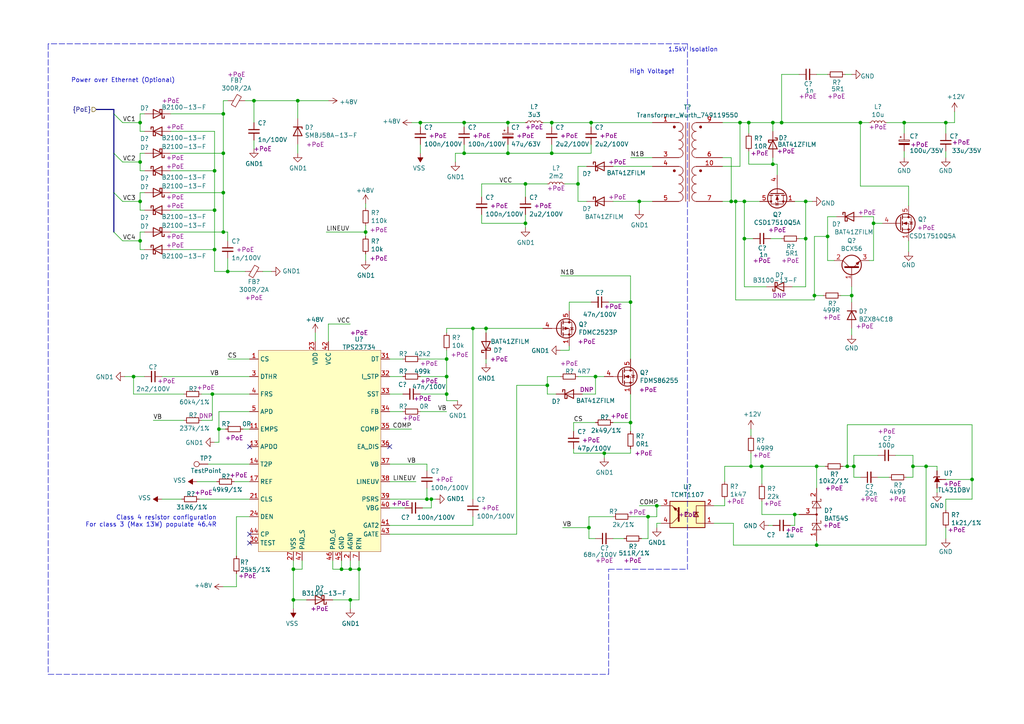
<source format=kicad_sch>
(kicad_sch (version 20201015) (generator eeschema)
  (paper "A4")
  (junction (at 38.735 109.22) (diameter 0.9144))
  (junction (at 40.64 35.56) (diameter 0.9144))
  (junction (at 40.64 46.99) (diameter 0.9144))
  (junction (at 40.64 58.42) (diameter 0.9144))
  (junction (at 40.64 69.85) (diameter 0.9144))
  (junction (at 61.595 114.3) (diameter 0.9144))
  (junction (at 62.23 49.53) (diameter 0.9144))
  (junction (at 62.23 60.96) (diameter 0.9144))
  (junction (at 62.23 72.39) (diameter 0.9144))
  (junction (at 63.5 124.46) (diameter 0.9144))
  (junction (at 64.77 33.02) (diameter 0.9144))
  (junction (at 64.77 44.45) (diameter 0.9144))
  (junction (at 64.77 55.88) (diameter 0.9144))
  (junction (at 64.77 67.31) (diameter 0.9144))
  (junction (at 66.04 78.74) (diameter 0.9144))
  (junction (at 73.66 29.21) (diameter 0.9144))
  (junction (at 85.09 165.1) (diameter 0.9144))
  (junction (at 85.09 173.99) (diameter 0.9144))
  (junction (at 86.36 29.21) (diameter 0.9144))
  (junction (at 99.06 165.1) (diameter 0.9144))
  (junction (at 101.6 165.1) (diameter 0.9144))
  (junction (at 101.6 173.99) (diameter 0.9144))
  (junction (at 104.14 165.1) (diameter 0.9144))
  (junction (at 106.045 67.31) (diameter 0.9144))
  (junction (at 121.92 35.56) (diameter 0.9144))
  (junction (at 123.825 144.78) (diameter 0.9144))
  (junction (at 125.095 144.78) (diameter 0.9144))
  (junction (at 129.54 104.14) (diameter 0.9144))
  (junction (at 129.54 109.22) (diameter 0.9144))
  (junction (at 129.54 114.3) (diameter 0.9144))
  (junction (at 134.62 35.56) (diameter 0.9144))
  (junction (at 134.62 44.45) (diameter 0.9144))
  (junction (at 137.16 95.25) (diameter 0.9144))
  (junction (at 140.97 95.25) (diameter 0.9144))
  (junction (at 147.32 35.56) (diameter 0.9144))
  (junction (at 147.32 44.45) (diameter 0.9144))
  (junction (at 152.4 53.34) (diameter 0.9144))
  (junction (at 152.4 64.77) (diameter 0.9144))
  (junction (at 158.75 111.76) (diameter 0.9144))
  (junction (at 160.02 35.56) (diameter 0.9144))
  (junction (at 160.02 44.45) (diameter 0.9144))
  (junction (at 167.64 53.34) (diameter 0.9144))
  (junction (at 170.815 153.035) (diameter 0.9144))
  (junction (at 171.45 35.56) (diameter 0.9144))
  (junction (at 172.72 109.22) (diameter 0.9144))
  (junction (at 175.26 131.445) (diameter 0.9144))
  (junction (at 182.88 87.63) (diameter 0.9144))
  (junction (at 182.88 122.555) (diameter 0.9144))
  (junction (at 185.42 58.42) (diameter 0.9144))
  (junction (at 187.96 149.86) (diameter 0.9144))
  (junction (at 190.5 146.685) (diameter 0.9144))
  (junction (at 212.09 58.42) (diameter 0.9144))
  (junction (at 213.36 58.42) (diameter 0.9144))
  (junction (at 214.63 35.56) (diameter 0.9144))
  (junction (at 215.9 58.42) (diameter 0.9144))
  (junction (at 215.9 69.215) (diameter 0.9144))
  (junction (at 217.17 35.56) (diameter 0.9144))
  (junction (at 217.805 135.255) (diameter 0.9144))
  (junction (at 220.98 135.255) (diameter 0.9144))
  (junction (at 224.155 35.56) (diameter 0.9144))
  (junction (at 224.155 47.625) (diameter 0.9144))
  (junction (at 226.695 35.56) (diameter 0.9144))
  (junction (at 230.505 149.225) (diameter 0.9144))
  (junction (at 233.68 58.42) (diameter 0.9144))
  (junction (at 233.68 69.215) (diameter 0.9144))
  (junction (at 236.22 85.725) (diameter 0.9144))
  (junction (at 236.855 135.255) (diameter 0.9144))
  (junction (at 236.855 158.115) (diameter 0.9144))
  (junction (at 240.03 68.58) (diameter 0.9144))
  (junction (at 245.745 135.255) (diameter 0.9144))
  (junction (at 247.015 85.725) (diameter 0.9144))
  (junction (at 247.65 135.255) (diameter 0.9144))
  (junction (at 249.555 35.56) (diameter 0.9144))
  (junction (at 253.365 64.77) (diameter 0.9144))
  (junction (at 262.255 35.56) (diameter 0.9144))
  (junction (at 264.795 135.255) (diameter 0.9144))
  (junction (at 268.605 135.255) (diameter 0.9144))
  (junction (at 274.32 35.56) (diameter 0.9144))
  (junction (at 281.94 139.065) (diameter 0.9144))
  (no_connect (at 72.39 129.54))
  (no_connect (at 72.39 154.94))
  (no_connect (at 72.39 157.48))
  (no_connect (at 113.03 129.54))
  (bus_entry (at 33.02 33.02) (size 2.54 2.54) (stroke (width 0.1524)))
  (bus_entry (at 33.02 44.45) (size 2.54 2.54) (stroke (width 0.1524)))
  (bus_entry (at 33.02 55.88) (size 2.54 2.54) (stroke (width 0.1524)))
  (bus_entry (at 33.02 67.31) (size 2.54 2.54) (stroke (width 0.1524)))
  (wire (pts (xy 35.56 35.56) (xy 40.64 35.56)))
  (wire (pts (xy 35.56 46.99) (xy 40.64 46.99)))
  (wire (pts (xy 35.56 58.42) (xy 40.64 58.42)))
  (wire (pts (xy 35.56 69.85) (xy 40.64 69.85)))
  (wire (pts (xy 36.195 109.22) (xy 38.735 109.22)))
  (wire (pts (xy 38.735 109.22) (xy 41.91 109.22)))
  (wire (pts (xy 38.735 114.3) (xy 38.735 109.22)))
  (wire (pts (xy 40.64 33.02) (xy 40.64 35.56)))
  (wire (pts (xy 40.64 38.1) (xy 40.64 35.56)))
  (wire (pts (xy 40.64 44.45) (xy 40.64 46.99)))
  (wire (pts (xy 40.64 49.53) (xy 40.64 46.99)))
  (wire (pts (xy 40.64 55.88) (xy 40.64 58.42)))
  (wire (pts (xy 40.64 60.96) (xy 40.64 58.42)))
  (wire (pts (xy 40.64 67.31) (xy 40.64 69.85)))
  (wire (pts (xy 40.64 72.39) (xy 40.64 69.85)))
  (wire (pts (xy 41.91 33.02) (xy 40.64 33.02)))
  (wire (pts (xy 41.91 38.1) (xy 40.64 38.1)))
  (wire (pts (xy 41.91 44.45) (xy 40.64 44.45)))
  (wire (pts (xy 41.91 49.53) (xy 40.64 49.53)))
  (wire (pts (xy 41.91 55.88) (xy 40.64 55.88)))
  (wire (pts (xy 41.91 60.96) (xy 40.64 60.96)))
  (wire (pts (xy 41.91 67.31) (xy 40.64 67.31)))
  (wire (pts (xy 41.91 72.39) (xy 40.64 72.39)))
  (wire (pts (xy 44.45 121.92) (xy 53.34 121.92)))
  (wire (pts (xy 46.99 109.22) (xy 72.39 109.22)))
  (wire (pts (xy 46.99 144.78) (xy 52.705 144.78)))
  (wire (pts (xy 49.53 33.02) (xy 64.77 33.02)))
  (wire (pts (xy 49.53 38.1) (xy 62.23 38.1)))
  (wire (pts (xy 49.53 44.45) (xy 64.77 44.45)))
  (wire (pts (xy 49.53 49.53) (xy 62.23 49.53)))
  (wire (pts (xy 49.53 55.88) (xy 64.77 55.88)))
  (wire (pts (xy 49.53 60.96) (xy 62.23 60.96)))
  (wire (pts (xy 49.53 67.31) (xy 64.77 67.31)))
  (wire (pts (xy 49.53 72.39) (xy 62.23 72.39)))
  (wire (pts (xy 53.34 114.3) (xy 38.735 114.3)))
  (wire (pts (xy 57.15 139.7) (xy 62.865 139.7)))
  (wire (pts (xy 57.785 144.78) (xy 72.39 144.78)))
  (wire (pts (xy 58.42 114.3) (xy 61.595 114.3)))
  (wire (pts (xy 58.42 121.92) (xy 61.595 121.92)))
  (wire (pts (xy 60.325 134.62) (xy 72.39 134.62)))
  (wire (pts (xy 61.595 114.3) (xy 72.39 114.3)))
  (wire (pts (xy 61.595 121.92) (xy 61.595 114.3)))
  (wire (pts (xy 62.23 38.1) (xy 62.23 49.53)))
  (wire (pts (xy 62.23 49.53) (xy 62.23 60.96)))
  (wire (pts (xy 62.23 60.96) (xy 62.23 72.39)))
  (wire (pts (xy 62.23 72.39) (xy 62.23 78.74)))
  (wire (pts (xy 62.23 78.74) (xy 66.04 78.74)))
  (wire (pts (xy 63.5 119.38) (xy 63.5 124.46)))
  (wire (pts (xy 63.5 119.38) (xy 72.39 119.38)))
  (wire (pts (xy 63.5 124.46) (xy 63.5 128.27)))
  (wire (pts (xy 63.5 124.46) (xy 65.405 124.46)))
  (wire (pts (xy 63.5 128.27) (xy 62.23 128.27)))
  (wire (pts (xy 64.77 29.21) (xy 64.77 33.02)))
  (wire (pts (xy 64.77 29.21) (xy 66.04 29.21)))
  (wire (pts (xy 64.77 33.02) (xy 64.77 44.45)))
  (wire (pts (xy 64.77 44.45) (xy 64.77 55.88)))
  (wire (pts (xy 64.77 55.88) (xy 64.77 67.31)))
  (wire (pts (xy 64.77 67.31) (xy 66.04 67.31)))
  (wire (pts (xy 66.04 67.31) (xy 66.04 69.85)))
  (wire (pts (xy 66.04 74.93) (xy 66.04 78.74)))
  (wire (pts (xy 66.04 78.74) (xy 71.12 78.74)))
  (wire (pts (xy 66.04 104.14) (xy 72.39 104.14)))
  (wire (pts (xy 67.945 139.7) (xy 72.39 139.7)))
  (wire (pts (xy 68.58 149.86) (xy 68.58 161.29)))
  (wire (pts (xy 68.58 166.37) (xy 68.58 170.18)))
  (wire (pts (xy 68.58 170.18) (xy 64.77 170.18)))
  (wire (pts (xy 70.485 124.46) (xy 72.39 124.46)))
  (wire (pts (xy 71.12 29.21) (xy 73.66 29.21)))
  (wire (pts (xy 72.39 149.86) (xy 68.58 149.86)))
  (wire (pts (xy 73.66 29.21) (xy 73.66 35.56)))
  (wire (pts (xy 73.66 29.21) (xy 86.36 29.21)))
  (wire (pts (xy 73.66 40.64) (xy 73.66 43.18)))
  (wire (pts (xy 76.2 78.74) (xy 78.74 78.74)))
  (wire (pts (xy 85.09 165.1) (xy 85.09 162.56)))
  (wire (pts (xy 85.09 165.1) (xy 85.09 173.99)))
  (wire (pts (xy 85.09 173.99) (xy 85.09 176.53)))
  (wire (pts (xy 85.09 173.99) (xy 88.9 173.99)))
  (wire (pts (xy 86.36 29.21) (xy 95.25 29.21)))
  (wire (pts (xy 86.36 34.29) (xy 86.36 29.21)))
  (wire (pts (xy 86.36 41.91) (xy 86.36 44.45)))
  (wire (pts (xy 87.63 162.56) (xy 87.63 165.1)))
  (wire (pts (xy 87.63 165.1) (xy 85.09 165.1)))
  (wire (pts (xy 91.44 96.52) (xy 91.44 99.06)))
  (wire (pts (xy 94.615 67.31) (xy 106.045 67.31)))
  (wire (pts (xy 95.25 93.98) (xy 101.6 93.98)))
  (wire (pts (xy 95.25 99.06) (xy 95.25 93.98)))
  (wire (pts (xy 96.52 162.56) (xy 96.52 165.1)))
  (wire (pts (xy 96.52 165.1) (xy 99.06 165.1)))
  (wire (pts (xy 96.52 173.99) (xy 101.6 173.99)))
  (wire (pts (xy 99.06 162.56) (xy 99.06 165.1)))
  (wire (pts (xy 99.06 165.1) (xy 101.6 165.1)))
  (wire (pts (xy 101.6 162.56) (xy 101.6 165.1)))
  (wire (pts (xy 101.6 165.1) (xy 104.14 165.1)))
  (wire (pts (xy 101.6 173.99) (xy 101.6 176.53)))
  (wire (pts (xy 104.14 165.1) (xy 104.14 162.56)))
  (wire (pts (xy 104.14 165.1) (xy 104.14 173.99)))
  (wire (pts (xy 104.14 173.99) (xy 101.6 173.99)))
  (wire (pts (xy 106.045 59.055) (xy 106.045 60.325)))
  (wire (pts (xy 106.045 65.405) (xy 106.045 67.31)))
  (wire (pts (xy 106.045 67.31) (xy 106.045 68.58)))
  (wire (pts (xy 106.045 73.66) (xy 106.045 75.565)))
  (wire (pts (xy 113.03 104.14) (xy 116.84 104.14)))
  (wire (pts (xy 113.03 109.22) (xy 116.84 109.22)))
  (wire (pts (xy 113.03 114.3) (xy 116.84 114.3)))
  (wire (pts (xy 113.03 119.38) (xy 116.84 119.38)))
  (wire (pts (xy 113.03 124.46) (xy 119.38 124.46)))
  (wire (pts (xy 113.03 134.62) (xy 123.825 134.62)))
  (wire (pts (xy 113.03 139.7) (xy 120.65 139.7)))
  (wire (pts (xy 113.03 144.78) (xy 123.825 144.78)))
  (wire (pts (xy 113.03 147.32) (xy 117.475 147.32)))
  (wire (pts (xy 113.03 152.4) (xy 137.16 152.4)))
  (wire (pts (xy 113.03 154.94) (xy 149.86 154.94)))
  (wire (pts (xy 119.38 35.56) (xy 121.92 35.56)))
  (wire (pts (xy 121.92 35.56) (xy 121.92 36.83)))
  (wire (pts (xy 121.92 35.56) (xy 134.62 35.56)))
  (wire (pts (xy 121.92 41.91) (xy 121.92 44.45)))
  (wire (pts (xy 121.92 104.14) (xy 129.54 104.14)))
  (wire (pts (xy 121.92 109.22) (xy 129.54 109.22)))
  (wire (pts (xy 121.92 114.3) (xy 129.54 114.3)))
  (wire (pts (xy 121.92 119.38) (xy 129.54 119.38)))
  (wire (pts (xy 122.555 147.32) (xy 125.095 147.32)))
  (wire (pts (xy 123.825 134.62) (xy 123.825 136.525)))
  (wire (pts (xy 123.825 141.605) (xy 123.825 144.78)))
  (wire (pts (xy 123.825 144.78) (xy 125.095 144.78)))
  (wire (pts (xy 125.095 144.78) (xy 126.365 144.78)))
  (wire (pts (xy 125.095 147.32) (xy 125.095 144.78)))
  (wire (pts (xy 129.54 95.25) (xy 129.54 96.52)))
  (wire (pts (xy 129.54 101.6) (xy 129.54 104.14)))
  (wire (pts (xy 129.54 104.14) (xy 129.54 109.22)))
  (wire (pts (xy 129.54 109.22) (xy 129.54 114.3)))
  (wire (pts (xy 129.54 116.205) (xy 129.54 114.3)))
  (wire (pts (xy 132.08 44.45) (xy 132.08 46.99)))
  (wire (pts (xy 132.715 116.205) (xy 129.54 116.205)))
  (wire (pts (xy 134.62 35.56) (xy 134.62 36.83)))
  (wire (pts (xy 134.62 35.56) (xy 147.32 35.56)))
  (wire (pts (xy 134.62 41.91) (xy 134.62 44.45)))
  (wire (pts (xy 134.62 44.45) (xy 132.08 44.45)))
  (wire (pts (xy 134.62 44.45) (xy 147.32 44.45)))
  (wire (pts (xy 137.16 95.25) (xy 129.54 95.25)))
  (wire (pts (xy 137.16 95.25) (xy 137.16 144.78)))
  (wire (pts (xy 137.16 152.4) (xy 137.16 149.86)))
  (wire (pts (xy 139.7 53.34) (xy 139.7 57.15)))
  (wire (pts (xy 139.7 53.34) (xy 152.4 53.34)))
  (wire (pts (xy 139.7 62.23) (xy 139.7 64.77)))
  (wire (pts (xy 139.7 64.77) (xy 152.4 64.77)))
  (wire (pts (xy 140.97 95.25) (xy 137.16 95.25)))
  (wire (pts (xy 140.97 95.25) (xy 140.97 96.52)))
  (wire (pts (xy 140.97 104.14) (xy 140.97 105.41)))
  (wire (pts (xy 147.32 35.56) (xy 147.32 36.83)))
  (wire (pts (xy 147.32 35.56) (xy 152.4 35.56)))
  (wire (pts (xy 147.32 41.91) (xy 147.32 44.45)))
  (wire (pts (xy 147.32 44.45) (xy 160.02 44.45)))
  (wire (pts (xy 149.86 111.76) (xy 158.75 111.76)))
  (wire (pts (xy 149.86 154.94) (xy 149.86 111.76)))
  (wire (pts (xy 152.4 53.34) (xy 152.4 57.15)))
  (wire (pts (xy 152.4 62.23) (xy 152.4 64.77)))
  (wire (pts (xy 152.4 64.77) (xy 152.4 66.04)))
  (wire (pts (xy 157.48 35.56) (xy 160.02 35.56)))
  (wire (pts (xy 157.48 95.25) (xy 140.97 95.25)))
  (wire (pts (xy 158.75 53.34) (xy 152.4 53.34)))
  (wire (pts (xy 158.75 109.22) (xy 162.56 109.22)))
  (wire (pts (xy 158.75 111.76) (xy 158.75 109.22)))
  (wire (pts (xy 158.75 114.3) (xy 158.75 111.76)))
  (wire (pts (xy 160.02 35.56) (xy 160.02 36.83)))
  (wire (pts (xy 160.02 35.56) (xy 171.45 35.56)))
  (wire (pts (xy 160.02 41.91) (xy 160.02 44.45)))
  (wire (pts (xy 160.02 44.45) (xy 171.45 44.45)))
  (wire (pts (xy 161.29 114.3) (xy 158.75 114.3)))
  (wire (pts (xy 162.56 80.01) (xy 182.88 80.01)))
  (wire (pts (xy 163.195 153.035) (xy 170.815 153.035)))
  (wire (pts (xy 163.83 53.34) (xy 167.64 53.34)))
  (wire (pts (xy 165.1 87.63) (xy 165.1 90.17)))
  (wire (pts (xy 165.1 100.33) (xy 165.1 101.6)))
  (wire (pts (xy 165.1 101.6) (xy 162.56 101.6)))
  (wire (pts (xy 166.37 122.555) (xy 166.37 125.095)))
  (wire (pts (xy 166.37 131.445) (xy 166.37 130.175)))
  (wire (pts (xy 167.64 48.26) (xy 167.64 53.34)))
  (wire (pts (xy 167.64 53.34) (xy 167.64 58.42)))
  (wire (pts (xy 167.64 58.42) (xy 170.18 58.42)))
  (wire (pts (xy 168.91 114.3) (xy 172.72 114.3)))
  (wire (pts (xy 170.18 48.26) (xy 167.64 48.26)))
  (wire (pts (xy 170.815 149.86) (xy 170.815 153.035)))
  (wire (pts (xy 170.815 156.21) (xy 170.815 153.035)))
  (wire (pts (xy 171.45 35.56) (xy 171.45 36.83)))
  (wire (pts (xy 171.45 35.56) (xy 189.23 35.56)))
  (wire (pts (xy 171.45 41.91) (xy 171.45 44.45)))
  (wire (pts (xy 171.45 87.63) (xy 165.1 87.63)))
  (wire (pts (xy 172.72 109.22) (xy 167.64 109.22)))
  (wire (pts (xy 172.72 109.22) (xy 175.26 109.22)))
  (wire (pts (xy 172.72 114.3) (xy 172.72 109.22)))
  (wire (pts (xy 172.72 122.555) (xy 166.37 122.555)))
  (wire (pts (xy 172.72 156.21) (xy 170.815 156.21)))
  (wire (pts (xy 175.26 131.445) (xy 166.37 131.445)))
  (wire (pts (xy 175.26 131.445) (xy 175.26 132.715)))
  (wire (pts (xy 176.53 87.63) (xy 182.88 87.63)))
  (wire (pts (xy 177.8 48.26) (xy 189.23 48.26)))
  (wire (pts (xy 177.8 58.42) (xy 185.42 58.42)))
  (wire (pts (xy 177.8 122.555) (xy 182.88 122.555)))
  (wire (pts (xy 177.8 149.86) (xy 170.815 149.86)))
  (wire (pts (xy 177.8 156.21) (xy 180.975 156.21)))
  (wire (pts (xy 182.88 45.72) (xy 189.23 45.72)))
  (wire (pts (xy 182.88 87.63) (xy 182.88 80.01)))
  (wire (pts (xy 182.88 104.14) (xy 182.88 87.63)))
  (wire (pts (xy 182.88 114.3) (xy 182.88 122.555)))
  (wire (pts (xy 182.88 122.555) (xy 182.88 125.095)))
  (wire (pts (xy 182.88 130.175) (xy 182.88 131.445)))
  (wire (pts (xy 182.88 131.445) (xy 175.26 131.445)))
  (wire (pts (xy 182.88 149.86) (xy 187.96 149.86)))
  (wire (pts (xy 185.42 58.42) (xy 185.42 60.96)))
  (wire (pts (xy 185.42 58.42) (xy 189.23 58.42)))
  (wire (pts (xy 186.055 156.21) (xy 187.96 156.21)))
  (wire (pts (xy 187.96 149.86) (xy 190.5 149.86)))
  (wire (pts (xy 187.96 156.21) (xy 187.96 149.86)))
  (wire (pts (xy 190.5 146.685) (xy 185.42 146.685)))
  (wire (pts (xy 190.5 149.86) (xy 190.5 146.685)))
  (wire (pts (xy 190.5 151.765) (xy 190.5 153.035)))
  (wire (pts (xy 191.77 146.685) (xy 190.5 146.685)))
  (wire (pts (xy 191.77 151.765) (xy 190.5 151.765)))
  (wire (pts (xy 207.01 146.685) (xy 210.185 146.685)))
  (wire (pts (xy 209.55 35.56) (xy 214.63 35.56)))
  (wire (pts (xy 209.55 45.72) (xy 212.09 45.72)))
  (wire (pts (xy 210.185 135.255) (xy 217.805 135.255)))
  (wire (pts (xy 210.185 139.7) (xy 210.185 135.255)))
  (wire (pts (xy 210.185 146.685) (xy 210.185 144.78)))
  (wire (pts (xy 212.09 45.72) (xy 212.09 58.42)))
  (wire (pts (xy 212.09 58.42) (xy 209.55 58.42)))
  (wire (pts (xy 212.09 58.42) (xy 213.36 58.42)))
  (wire (pts (xy 212.725 151.765) (xy 207.01 151.765)))
  (wire (pts (xy 212.725 151.765) (xy 212.725 158.115)))
  (wire (pts (xy 212.725 158.115) (xy 236.855 158.115)))
  (wire (pts (xy 213.36 58.42) (xy 213.36 86.995)))
  (wire (pts (xy 213.36 58.42) (xy 215.9 58.42)))
  (wire (pts (xy 213.36 86.995) (xy 236.22 86.995)))
  (wire (pts (xy 214.63 35.56) (xy 214.63 48.26)))
  (wire (pts (xy 214.63 35.56) (xy 217.17 35.56)))
  (wire (pts (xy 214.63 48.26) (xy 209.55 48.26)))
  (wire (pts (xy 215.9 58.42) (xy 220.345 58.42)))
  (wire (pts (xy 215.9 69.215) (xy 215.9 58.42)))
  (wire (pts (xy 215.9 69.215) (xy 218.44 69.215)))
  (wire (pts (xy 215.9 83.185) (xy 215.9 69.215)))
  (wire (pts (xy 217.17 35.56) (xy 217.17 38.735)))
  (wire (pts (xy 217.17 35.56) (xy 224.155 35.56)))
  (wire (pts (xy 217.17 47.625) (xy 217.17 43.815)))
  (wire (pts (xy 217.805 124.46) (xy 217.805 126.365)))
  (wire (pts (xy 217.805 131.445) (xy 217.805 135.255)))
  (wire (pts (xy 220.98 135.255) (xy 217.805 135.255)))
  (wire (pts (xy 220.98 135.255) (xy 236.855 135.255)))
  (wire (pts (xy 220.98 140.335) (xy 220.98 135.255)))
  (wire (pts (xy 220.98 149.225) (xy 220.98 145.415)))
  (wire (pts (xy 222.25 83.185) (xy 215.9 83.185)))
  (wire (pts (xy 222.885 152.4) (xy 224.155 152.4)))
  (wire (pts (xy 223.52 69.215) (xy 226.695 69.215)))
  (wire (pts (xy 224.155 35.56) (xy 224.155 38.1)))
  (wire (pts (xy 224.155 35.56) (xy 226.695 35.56)))
  (wire (pts (xy 224.155 45.72) (xy 224.155 47.625)))
  (wire (pts (xy 224.155 47.625) (xy 217.17 47.625)))
  (wire (pts (xy 225.425 47.625) (xy 224.155 47.625)))
  (wire (pts (xy 225.425 50.8) (xy 225.425 47.625)))
  (wire (pts (xy 226.695 21.59) (xy 226.695 35.56)))
  (wire (pts (xy 226.695 35.56) (xy 249.555 35.56)))
  (wire (pts (xy 229.235 152.4) (xy 230.505 152.4)))
  (wire (pts (xy 230.505 58.42) (xy 233.68 58.42)))
  (wire (pts (xy 230.505 149.225) (xy 220.98 149.225)))
  (wire (pts (xy 230.505 152.4) (xy 230.505 149.225)))
  (wire (pts (xy 231.775 21.59) (xy 226.695 21.59)))
  (wire (pts (xy 231.775 69.215) (xy 233.68 69.215)))
  (wire (pts (xy 231.775 149.225) (xy 230.505 149.225)))
  (wire (pts (xy 233.68 58.42) (xy 233.68 69.215)))
  (wire (pts (xy 233.68 58.42) (xy 235.585 58.42)))
  (wire (pts (xy 233.68 69.215) (xy 233.68 83.185)))
  (wire (pts (xy 233.68 83.185) (xy 229.87 83.185)))
  (wire (pts (xy 236.22 68.58) (xy 240.03 68.58)))
  (wire (pts (xy 236.22 85.725) (xy 236.22 68.58)))
  (wire (pts (xy 236.22 85.725) (xy 238.76 85.725)))
  (wire (pts (xy 236.22 86.995) (xy 236.22 85.725)))
  (wire (pts (xy 236.855 21.59) (xy 240.03 21.59)))
  (wire (pts (xy 236.855 135.255) (xy 236.855 141.605)))
  (wire (pts (xy 236.855 135.255) (xy 239.395 135.255)))
  (wire (pts (xy 236.855 156.845) (xy 236.855 158.115)))
  (wire (pts (xy 236.855 158.115) (xy 268.605 158.115)))
  (wire (pts (xy 240.03 62.865) (xy 240.03 68.58)))
  (wire (pts (xy 240.03 68.58) (xy 240.03 75.565)))
  (wire (pts (xy 240.03 75.565) (xy 241.935 75.565)))
  (wire (pts (xy 242.57 62.865) (xy 240.03 62.865)))
  (wire (pts (xy 243.84 85.725) (xy 247.015 85.725)))
  (wire (pts (xy 244.475 135.255) (xy 245.745 135.255)))
  (wire (pts (xy 245.11 21.59) (xy 247.015 21.59)))
  (wire (pts (xy 245.745 123.19) (xy 245.745 135.255)))
  (wire (pts (xy 245.745 135.255) (xy 247.65 135.255)))
  (wire (pts (xy 247.015 83.185) (xy 247.015 85.725)))
  (wire (pts (xy 247.015 85.725) (xy 247.015 87.63)))
  (wire (pts (xy 247.015 95.25) (xy 247.015 97.155)))
  (wire (pts (xy 247.65 132.08) (xy 247.65 135.255)))
  (wire (pts (xy 247.65 135.255) (xy 247.65 138.43)))
  (wire (pts (xy 249.555 35.56) (xy 252.095 35.56)))
  (wire (pts (xy 249.555 53.975) (xy 249.555 35.56)))
  (wire (pts (xy 249.555 138.43) (xy 247.65 138.43)))
  (wire (pts (xy 250.19 62.865) (xy 253.365 62.865)))
  (wire (pts (xy 253.365 62.865) (xy 253.365 64.77)))
  (wire (pts (xy 253.365 64.77) (xy 253.365 75.565)))
  (wire (pts (xy 253.365 64.77) (xy 255.905 64.77)))
  (wire (pts (xy 253.365 75.565) (xy 252.095 75.565)))
  (wire (pts (xy 254.635 132.08) (xy 247.65 132.08)))
  (wire (pts (xy 254.635 138.43) (xy 257.81 138.43)))
  (wire (pts (xy 257.175 35.56) (xy 262.255 35.56)))
  (wire (pts (xy 259.715 132.08) (xy 264.795 132.08)))
  (wire (pts (xy 262.255 35.56) (xy 262.255 38.735)))
  (wire (pts (xy 262.255 35.56) (xy 274.32 35.56)))
  (wire (pts (xy 262.255 43.815) (xy 262.255 45.72)))
  (wire (pts (xy 262.89 138.43) (xy 264.795 138.43)))
  (wire (pts (xy 263.525 53.975) (xy 249.555 53.975)))
  (wire (pts (xy 263.525 59.69) (xy 263.525 53.975)))
  (wire (pts (xy 263.525 69.85) (xy 263.525 73.025)))
  (wire (pts (xy 264.795 135.255) (xy 264.795 132.08)))
  (wire (pts (xy 264.795 135.255) (xy 268.605 135.255)))
  (wire (pts (xy 264.795 138.43) (xy 264.795 135.255)))
  (wire (pts (xy 268.605 135.255) (xy 268.605 158.115)))
  (wire (pts (xy 271.78 135.255) (xy 268.605 135.255)))
  (wire (pts (xy 271.78 136.525) (xy 271.78 135.255)))
  (wire (pts (xy 271.78 141.605) (xy 271.78 142.875)))
  (wire (pts (xy 274.32 35.56) (xy 274.32 38.735)))
  (wire (pts (xy 274.32 35.56) (xy 276.86 35.56)))
  (wire (pts (xy 274.32 43.815) (xy 274.32 45.72)))
  (wire (pts (xy 274.32 139.065) (xy 281.94 139.065)))
  (wire (pts (xy 274.32 144.78) (xy 274.32 147.955)))
  (wire (pts (xy 274.32 153.035) (xy 274.32 156.21)))
  (wire (pts (xy 276.86 35.56) (xy 276.86 32.385)))
  (wire (pts (xy 281.94 123.19) (xy 245.745 123.19)))
  (wire (pts (xy 281.94 139.065) (xy 281.94 123.19)))
  (wire (pts (xy 281.94 139.065) (xy 281.94 144.78)))
  (wire (pts (xy 281.94 144.78) (xy 274.32 144.78)))
  (bus (pts (xy 27.94 31.75) (xy 33.02 31.75)))
  (bus (pts (xy 33.02 31.75) (xy 33.02 33.02)))
  (bus (pts (xy 33.02 33.02) (xy 33.02 44.45)))
  (bus (pts (xy 33.02 44.45) (xy 33.02 55.88)))
  (bus (pts (xy 33.02 55.88) (xy 33.02 67.31)))
  (polyline (pts (xy 13.97 12.7) (xy 13.97 195.58)) (stroke (width 0) (type dash)))
  (polyline (pts (xy 13.97 195.58) (xy 176.53 195.58)) (stroke (width 0) (type dash)))
  (polyline (pts (xy 176.53 165.1) (xy 199.39 165.1)) (stroke (width 0) (type dash)))
  (polyline (pts (xy 176.53 195.58) (xy 176.53 165.1)) (stroke (width 0) (type dash)))
  (polyline (pts (xy 199.39 12.7) (xy 13.97 12.7)) (stroke (width 0) (type dash)))
  (polyline (pts (xy 199.39 12.7) (xy 199.39 165.1)) (stroke (width 0) (type dash)))
  (text "Power over Ethernet (Optional)" (at 50.8 24.13 180) (effects (font (size 1.27 1.27)) (justify right bottom)))
  (text "Class 4 resistor configuration\nFor class 3 (Max 13W) populate 46.4R" (at 62.865 153.035 0) (effects (font (size 1.27 1.27)) (justify right bottom)))
  (text "High Voltage!" (at 195.58 21.59 180) (effects (font (size 1.27 1.27)) (justify right bottom)))
  (text "1.5kV Isolation" (at 208.28 15.24 180) (effects (font (size 1.27 1.27)) (justify right bottom)))
  (label "VC1" (at 39.37 35.56 180))
  (label "VC2" (at 39.37 46.99 180))
  (label "VC3" (at 39.37 58.42 180))
  (label "VC4" (at 39.37 69.85 180))
  (label "VB" (at 44.45 121.92 0))
  (label "VB" (at 60.96 109.22 0))
  (label "CS" (at 66.04 104.14 0))
  (label "LINEUV" (at 94.615 67.31 0))
  (label "VCC" (at 101.6 93.98 180))
  (label "COMP" (at 119.38 124.46 180))
  (label "VB" (at 120.65 134.62 180))
  (label "LINEUV" (at 120.65 139.7 180))
  (label "VB" (at 129.54 119.38 180))
  (label "VCC" (at 144.78 53.34 0))
  (label "N1B" (at 162.56 80.01 0))
  (label "VB" (at 163.195 153.035 0))
  (label "CS" (at 166.37 122.555 0))
  (label "N1B" (at 182.88 45.72 0))
  (label "COMP" (at 185.42 146.685 0))
  (hierarchical_label "{PoE}" (shape input) (at 27.94 31.75 180))
  (symbol (lib_id "Device:L_Small") (at 154.94 35.56 90) (unit 1)
    (property "Reference" "L?" (at 154.94 30.9688 90))
    (property "Value" "3u3" (at 154.94 33.267 90))
    (property "Config" "+PoE" (at 154.94 36.83 90))
  )
  (symbol (lib_id "Device:L_Small") (at 161.29 53.34 90) (unit 1)
    (property "Reference" "L?" (at 161.29 48.7488 90))
    (property "Value" "2m2" (at 161.29 51.047 90))
    (property "Config" "+PoE" (at 161.29 54.61 90))
  )
  (symbol (lib_id "Device:L_Small") (at 254.635 35.56 90) (unit 1)
    (property "Reference" "L?" (at 254.635 30.9688 90))
    (property "Value" "10u" (at 254.635 33.267 90))
    (property "Config" "+PoE" (at 254.635 36.83 90))
  )
  (symbol (lib_id "Connector:TestPoint") (at 60.325 134.62 90) (unit 1)
    (property "Reference" "TP?" (at 59.7535 132.9498 90))
    (property "Value" "TestPoint" (at 59.7535 136.5185 90))
  )
  (symbol (lib_id "power:VSS") (at 46.99 144.78 90) (unit 1)
    (property "Reference" "#PWR?" (effects hide))
    (property "Value" "VSS" (at 43.8149 144.4117 90) (effects (justify left)))
  )
  (symbol (lib_id "power:VSS") (at 57.15 139.7 90) (unit 1)
    (property "Reference" "#PWR?" (effects hide))
    (property "Value" "VSS" (at 53.9749 139.3317 90) (effects (justify left)))
  )
  (symbol (lib_id "power:+48V") (at 64.77 170.18 90) (unit 1)
    (property "Reference" "#PWR?" (effects hide))
    (property "Value" "+48V" (at 61.5949 169.8117 90) (effects (justify left)))
  )
  (symbol (lib_id "power:VSS") (at 85.09 176.53 180) (unit 1)
    (property "Reference" "#PWR?" (effects hide))
    (property "Value" "VSS" (at 84.7217 180.8544 0))
  )
  (symbol (lib_id "power:+48V") (at 91.44 96.52 0) (unit 1)
    (property "Reference" "#PWR?" (effects hide))
    (property "Value" "+48V" (at 88.6333 92.7099 0) (effects (justify left)))
  )
  (symbol (lib_id "power:+48V") (at 95.25 29.21 270) (unit 1)
    (property "Reference" "#PWR?" (effects hide))
    (property "Value" "+48V" (at 98.4251 29.5783 90) (effects (justify left)))
  )
  (symbol (lib_id "power:+48V") (at 106.045 59.055 0) (unit 1)
    (property "Reference" "#PWR?" (effects hide))
    (property "Value" "+48V" (at 103.2383 55.2449 0) (effects (justify left)))
  )
  (symbol (lib_id "power:+48V") (at 119.38 35.56 90) (unit 1)
    (property "Reference" "#PWR?" (effects hide))
    (property "Value" "+48V" (at 116.2049 35.1917 90) (effects (justify left)))
  )
  (symbol (lib_id "power:VSS") (at 121.92 44.45 180) (unit 1)
    (property "Reference" "#PWR?" (effects hide))
    (property "Value" "VSS" (at 121.5517 48.7744 0))
  )
  (symbol (lib_id "power:+12V") (at 217.805 124.46 0) (unit 1)
    (property "Reference" "#PWR?" (effects hide))
    (property "Value" "+12V" (at 218.1733 120.1356 0))
  )
  (symbol (lib_id "power:+12V") (at 276.86 32.385 0) (unit 1)
    (property "Reference" "#PWR?" (effects hide))
    (property "Value" "+12V" (at 277.2283 28.0606 0))
  )
  (symbol (lib_id "power:GND1") (at 36.195 109.22 270) (unit 1)
    (property "Reference" "#PWR?" (effects hide))
    (property "Value" "GND1" (at 33.0199 109.3343 90) (effects (justify right)))
  )
  (symbol (lib_id "power:GND1") (at 62.23 128.27 270) (unit 1)
    (property "Reference" "#PWR?" (effects hide))
    (property "Value" "GND1" (at 59.0549 128.3843 90) (effects (justify right)))
  )
  (symbol (lib_id "power:GND1") (at 73.66 43.18 0) (unit 1)
    (property "Reference" "#PWR?" (effects hide))
    (property "Value" "GND1" (at 73.7743 47.5044 0))
  )
  (symbol (lib_id "power:GND1") (at 78.74 78.74 90) (unit 1)
    (property "Reference" "#PWR?" (effects hide))
    (property "Value" "GND1" (at 81.9151 78.6257 90) (effects (justify right)))
  )
  (symbol (lib_id "power:GND1") (at 86.36 44.45 0) (unit 1)
    (property "Reference" "#PWR?" (effects hide))
    (property "Value" "GND1" (at 86.4743 48.7744 0))
  )
  (symbol (lib_id "power:GND1") (at 101.6 176.53 0) (unit 1)
    (property "Reference" "#PWR?" (effects hide))
    (property "Value" "GND1" (at 101.7143 180.8544 0))
  )
  (symbol (lib_id "power:GND1") (at 106.045 75.565 0) (unit 1)
    (property "Reference" "#PWR?" (effects hide))
    (property "Value" "GND1" (at 106.1593 79.8894 0))
  )
  (symbol (lib_id "power:GND1") (at 126.365 144.78 90) (unit 1)
    (property "Reference" "#PWR?" (effects hide))
    (property "Value" "GND1" (at 129.5401 144.6657 90) (effects (justify right)))
  )
  (symbol (lib_id "power:GND1") (at 132.08 46.99 0) (unit 1)
    (property "Reference" "#PWR?" (effects hide))
    (property "Value" "GND1" (at 132.1943 51.3144 0))
  )
  (symbol (lib_id "power:GND1") (at 132.715 116.205 0) (unit 1)
    (property "Reference" "#PWR?" (effects hide))
    (property "Value" "GND1" (at 132.8293 120.5294 0))
  )
  (symbol (lib_id "power:GND1") (at 140.97 105.41 0) (unit 1)
    (property "Reference" "#PWR?" (effects hide))
    (property "Value" "GND1" (at 141.0843 109.7344 0))
  )
  (symbol (lib_id "power:GND1") (at 152.4 66.04 0) (unit 1)
    (property "Reference" "#PWR?" (effects hide))
    (property "Value" "GND1" (at 152.5143 70.3644 0))
  )
  (symbol (lib_id "power:GND1") (at 162.56 101.6 270) (unit 1)
    (property "Reference" "#PWR?" (effects hide))
    (property "Value" "GND1" (at 159.3849 101.7143 90) (effects (justify right)))
  )
  (symbol (lib_id "power:GND1") (at 175.26 132.715 0) (unit 1)
    (property "Reference" "#PWR?" (effects hide))
    (property "Value" "GND1" (at 175.3743 137.0394 0))
  )
  (symbol (lib_id "power:GND1") (at 185.42 60.96 0) (unit 1)
    (property "Reference" "#PWR?" (effects hide))
    (property "Value" "GND1" (at 185.5343 65.2844 0))
  )
  (symbol (lib_id "power:GND1") (at 190.5 153.035 0) (unit 1)
    (property "Reference" "#PWR?" (effects hide))
    (property "Value" "GND1" (at 190.6143 157.3594 0))
  )
  (symbol (lib_id "power:GND") (at 222.885 152.4 270) (unit 1)
    (property "Reference" "#PWR?" (effects hide))
    (property "Value" "GND" (at 219.7099 152.5143 90) (effects (justify right)))
  )
  (symbol (lib_id "power:GND") (at 235.585 58.42 90) (unit 1)
    (property "Reference" "#PWR?" (effects hide))
    (property "Value" "GND" (at 238.1251 58.9407 90) (effects (justify right)))
  )
  (symbol (lib_id "power:GND") (at 247.015 21.59 90) (unit 1)
    (property "Reference" "#PWR?" (effects hide))
    (property "Value" "GND" (at 249.5551 22.1107 90) (effects (justify right)))
  )
  (symbol (lib_id "power:GND") (at 247.015 97.155 0) (unit 1)
    (property "Reference" "#PWR?" (effects hide))
    (property "Value" "GND" (at 249.0343 100.9651 0) (effects (justify right)))
  )
  (symbol (lib_id "power:GND") (at 262.255 45.72 0) (unit 1)
    (property "Reference" "#PWR?" (effects hide))
    (property "Value" "GND" (at 264.2743 49.5301 0) (effects (justify right)))
  )
  (symbol (lib_id "power:GND") (at 263.525 73.025 0) (unit 1)
    (property "Reference" "#PWR?" (effects hide))
    (property "Value" "GND" (at 265.5443 76.8351 0) (effects (justify right)))
  )
  (symbol (lib_id "power:GND") (at 271.78 142.875 0) (unit 1)
    (property "Reference" "#PWR?" (effects hide))
    (property "Value" "GND" (at 273.7993 146.6851 0) (effects (justify right)))
  )
  (symbol (lib_id "power:GND") (at 274.32 45.72 0) (unit 1)
    (property "Reference" "#PWR?" (effects hide))
    (property "Value" "GND" (at 276.3393 49.5301 0) (effects (justify right)))
  )
  (symbol (lib_id "power:GND") (at 274.32 156.21 0) (unit 1)
    (property "Reference" "#PWR?" (effects hide))
    (property "Value" "GND" (at 276.3393 160.0201 0) (effects (justify right)))
  )
  (symbol (lib_id "Device:R_Small") (at 55.245 144.78 90) (unit 1)
    (property "Reference" "R?" (at 56.6356 143.2813 90) (effects (justify left)))
    (property "Value" "31R6/1%" (at 60.204 147.091 90) (effects (justify left)))
    (property "Config" "+PoE" (at 59.055 142.875 90))
  )
  (symbol (lib_id "Device:R_Small") (at 55.88 114.3 90) (unit 1)
    (property "Reference" "R?" (at 57.2706 112.8013 90) (effects (justify left)))
    (property "Value" "60k4/1%" (at 60.839 116.611 90) (effects (justify left)))
    (property "Config" "+PoE" (at 59.69 112.395 90))
  )
  (symbol (lib_id "Device:R_Small") (at 55.88 121.92 90) (unit 1)
    (property "Reference" "R?" (at 57.2706 120.4213 90) (effects (justify left)))
    (property "Value" "237k/1%" (at 60.839 124.231 90) (effects (justify left)))
    (property "Config" "DNP" (at 59.69 120.65 90))
  )
  (symbol (lib_id "Device:R_Small") (at 65.405 139.7 90) (unit 1)
    (property "Reference" "R?" (at 66.7956 138.2013 90) (effects (justify left)))
    (property "Value" "49k9/1%" (at 70.364 142.011 90) (effects (justify left)))
    (property "Config" "+PoE" (at 69.215 137.795 90))
  )
  (symbol (lib_id "Device:R_Small") (at 67.945 124.46 90) (unit 1)
    (property "Reference" "R?" (at 66.7956 122.9613 90) (effects (justify left)))
    (property "Value" "0R" (at 72.904 122.961 90) (effects (justify left)))
    (property "Config" "+PoE" (at 67.945 127 90))
  )
  (symbol (lib_id "Device:R_Small") (at 68.58 163.83 180) (unit 1)
    (property "Reference" "R?" (at 72.1613 163.0744 0) (effects (justify left)))
    (property "Value" "25k5/1%" (at 78.511 165.221 0) (effects (justify left)))
    (property "Config" "+PoE" (at 71.755 167.005 0))
  )
  (symbol (lib_id "Device:R_Small") (at 106.045 62.865 0) (unit 1)
    (property "Reference" "R?" (at 107.5437 61.7156 0) (effects (justify left)))
    (property "Value" "110k" (at 107.544 64.014 0) (effects (justify left)))
    (property "Config" "+PoE" (at 109.855 66.675 0))
  )
  (symbol (lib_id "Device:R_Small") (at 106.045 71.12 0) (unit 1)
    (property "Reference" "R?" (at 107.5437 69.9706 0) (effects (justify left)))
    (property "Value" "10k" (at 107.544 72.269 0) (effects (justify left)))
    (property "Config" "+PoE" (at 109.855 74.93 0))
  )
  (symbol (lib_id "Device:R_Small") (at 119.38 104.14 90) (unit 1)
    (property "Reference" "R?" (at 118.2306 102.6413 90) (effects (justify left)))
    (property "Value" "42k2" (at 124.974 102.641 90) (effects (justify left)))
    (property "Config" "+PoE" (at 124.46 105.41 90))
  )
  (symbol (lib_id "Device:R_Small") (at 119.38 109.22 90) (unit 1)
    (property "Reference" "R?" (at 118.2306 107.7213 90) (effects (justify left)))
    (property "Value" "499k" (at 124.974 107.721 90) (effects (justify left)))
    (property "Config" "+PoE" (at 124.46 110.49 90))
  )
  (symbol (lib_id "Device:R_Small") (at 119.38 119.38 90) (unit 1)
    (property "Reference" "R?" (at 118.2306 117.8813 90) (effects (justify left)))
    (property "Value" "0R" (at 124.339 117.881 90) (effects (justify left)))
    (property "Config" "+PoE" (at 119.38 121.285 90))
  )
  (symbol (lib_id "Device:R_Small") (at 129.54 99.06 0) (unit 1)
    (property "Reference" "R?" (at 131.0387 97.9106 0) (effects (justify left)))
    (property "Value" "10k" (at 131.039 100.209 0) (effects (justify left)))
    (property "Config" "+PoE" (at 133.35 102.87 0))
  )
  (symbol (lib_id "Device:R_Small") (at 165.1 109.22 90) (unit 1)
    (property "Reference" "R?" (at 166.4906 107.7213 90) (effects (justify left)))
    (property "Value" "4R7" (at 171.329 107.721 90) (effects (justify left)))
    (property "Config" "+PoE" (at 165.1 105.41 90))
  )
  (symbol (lib_id "Device:R_Small") (at 175.26 122.555 90) (unit 1)
    (property "Reference" "R?" (at 176.6506 121.0563 90) (effects (justify left)))
    (property "Value" "2k49/1%" (at 180.219 124.866 90) (effects (justify left)))
    (property "Config" "+PoE" (at 179.705 120.65 90))
  )
  (symbol (lib_id "Device:R_Small") (at 180.34 149.86 90) (unit 1)
    (property "Reference" "R?" (at 179.1906 148.3613 90) (effects (justify left)))
    (property "Value" "2k/1%" (at 184.029 152.171 90) (effects (justify left)))
    (property "Config" "+PoE" (at 184.785 148.59 90))
  )
  (symbol (lib_id "Device:R_Small") (at 182.88 127.635 0) (unit 1)
    (property "Reference" "R?" (at 184.3787 126.4856 0) (effects (justify left)))
    (property "Value" "0R1" (at 184.379 128.784 0) (effects (justify left)))
    (property "Config" "+PoE" (at 186.69 131.445 0))
  )
  (symbol (lib_id "Device:R_Small") (at 183.515 156.21 90) (unit 1)
    (property "Reference" "R?" (at 184.9056 158.5213 90) (effects (justify left)))
    (property "Value" "511R/1%" (at 188.474 160.426 90) (effects (justify left)))
    (property "Config" "+PoE" (at 183.515 162.56 90))
  )
  (symbol (lib_id "Device:R_Small") (at 210.185 142.24 0) (unit 1)
    (property "Reference" "R?" (at 211.6837 141.0906 0) (effects (justify left)))
    (property "Value" "1k47" (at 211.684 143.389 0) (effects (justify left)))
    (property "Config" "+PoE" (at 213.36 145.415 0))
  )
  (symbol (lib_id "Device:R_Small") (at 217.17 41.275 0) (unit 1)
    (property "Reference" "R?" (at 218.6687 40.1256 0) (effects (justify left)))
    (property "Value" "10R" (at 218.669 42.424 0) (effects (justify left)))
    (property "Config" "+PoE" (at 220.345 44.45 0))
  )
  (symbol (lib_id "Device:R_Small") (at 217.805 128.905 0) (unit 1)
    (property "Reference" "R?" (at 219.3037 127.7556 0) (effects (justify left)))
    (property "Value" "49R9" (at 219.304 130.054 0) (effects (justify left)))
    (property "Config" "+PoE" (at 220.98 132.08 0))
  )
  (symbol (lib_id "Device:R_Small") (at 220.98 142.875 0) (unit 1)
    (property "Reference" "R?" (at 222.4787 141.7256 0) (effects (justify left)))
    (property "Value" "22k" (at 222.479 144.024 0) (effects (justify left)))
    (property "Config" "+PoE" (at 224.155 146.05 0))
  )
  (symbol (lib_id "Device:R_Small") (at 229.235 69.215 90) (unit 1)
    (property "Reference" "R?" (at 230.6256 71.5263 90) (effects (justify left)))
    (property "Value" "5R1" (at 231.654 73.431 90) (effects (justify left)))
    (property "Config" "+PoE" (at 229.235 75.565 90))
  )
  (symbol (lib_id "Device:R_Small") (at 241.3 85.725 90) (unit 1)
    (property "Reference" "R?" (at 242.6906 88.0363 90) (effects (justify left)))
    (property "Value" "499R" (at 243.719 89.941 90) (effects (justify left)))
    (property "Config" "+PoE" (at 241.3 92.075 90))
  )
  (symbol (lib_id "Device:R_Small") (at 241.935 135.255 90) (unit 1)
    (property "Reference" "R?" (at 243.3256 137.5663 90) (effects (justify left)))
    (property "Value" "10k2/1%" (at 246.259 139.471 90) (effects (justify left)))
    (property "Config" "+PoE" (at 241.935 141.605 90))
  )
  (symbol (lib_id "Device:R_Small") (at 242.57 21.59 90) (unit 1)
    (property "Reference" "R?" (at 243.9606 23.9013 90) (effects (justify left)))
    (property "Value" "5R1" (at 244.989 25.806 90) (effects (justify left)))
    (property "Config" "+PoE" (at 242.57 27.94 90))
  )
  (symbol (lib_id "Device:R_Small") (at 260.35 138.43 90) (unit 1)
    (property "Reference" "R?" (at 261.7406 140.7413 90) (effects (justify left)))
    (property "Value" "4k99" (at 262.769 142.646 90) (effects (justify left)))
    (property "Config" "+PoE" (at 260.35 144.78 90))
  )
  (symbol (lib_id "Device:R_Small") (at 274.32 150.495 0) (unit 1)
    (property "Reference" "R?" (at 275.8187 149.3456 0) (effects (justify left)))
    (property "Value" "1k21/1%" (at 275.819 151.644 0) (effects (justify left)))
    (property "Config" "+PoE" (at 277.495 153.67 0))
  )
  (symbol (lib_id "Device:CP_Small") (at 147.32 39.37 0) (unit 1)
    (property "Reference" "C?" (at 148.2091 36.9506 0) (effects (justify left)))
    (property "Value" "47u/63V" (at 148.209 41.789 0) (effects (justify left)))
    (property "Config" "+PoE" (at 152.4 39.37 0))
  )
  (symbol (lib_id "Device:CP_Small") (at 262.255 41.275 0) (unit 1)
    (property "Reference" "C?" (at 263.7791 39.4906 0) (effects (justify left)))
    (property "Value" "100u/35V" (at 263.779 43.694 0) (effects (justify left)))
    (property "Config" "+PoE" (at 266.7 41.91 0))
  )
  (symbol (lib_id "Device:C_Small") (at 44.45 109.22 270) (unit 1)
    (property "Reference" "C?" (at 43.0594 106.4642 90) (effects (justify left)))
    (property "Value" "2n2/100V" (at 39.491 112.814 90) (effects (justify left)))
    (property "Config" "+PoE" (at 48.26 110.49 90))
  )
  (symbol (lib_id "Device:C_Small") (at 66.04 72.39 0) (unit 1)
    (property "Reference" "C?" (at 67.0942 69.9706 0) (effects (justify left)))
    (property "Value" "1n/100V" (at 67.094 74.809 0) (effects (justify left)))
    (property "Config" "+PoE" (at 71.12 72.39 0))
  )
  (symbol (lib_id "Device:C_Small") (at 73.66 38.1 0) (unit 1)
    (property "Reference" "C?" (at 74.7142 35.6806 0) (effects (justify left)))
    (property "Value" "1n/100V" (at 74.714 40.519 0) (effects (justify left)))
    (property "Config" "+PoE" (at 76.2 43.18 0))
  )
  (symbol (lib_id "Device:C_Small") (at 119.38 114.3 270) (unit 1)
    (property "Reference" "C?" (at 115.4494 111.5442 90) (effects (justify left)))
    (property "Value" "47n/100V" (at 119.501 112.179 90) (effects (justify left)))
    (property "Config" "+PoE" (at 122.555 115.57 90))
  )
  (symbol (lib_id "Device:C_Small") (at 120.015 147.32 90) (unit 1)
    (property "Reference" "C?" (at 118.8656 150.0758 90) (effects (justify left)))
    (property "Value" "100n/100V" (at 131.959 150.076 90) (effects (justify left)))
    (property "Config" "+PoE" (at 116.205 146.05 90))
  )
  (symbol (lib_id "Device:C_Small") (at 121.92 39.37 0) (unit 1)
    (property "Reference" "C?" (at 122.9742 36.9506 0) (effects (justify left)))
    (property "Value" "100n/100V" (at 122.974 41.789 0) (effects (justify left)))
    (property "Config" "+PoE" (at 127 39.37 0))
  )
  (symbol (lib_id "Device:C_Small") (at 123.825 139.065 0) (unit 1)
    (property "Reference" "C?" (at 124.8792 136.6456 0) (effects (justify left)))
    (property "Value" "100n/100V" (at 124.879 141.484 0) (effects (justify left)))
    (property "Config" "+PoE" (at 128.905 139.065 0))
  )
  (symbol (lib_id "Device:C_Small") (at 134.62 39.37 0) (unit 1)
    (property "Reference" "C?" (at 135.6742 36.9506 0) (effects (justify left)))
    (property "Value" "100n/100V" (at 135.674 41.789 0) (effects (justify left)))
    (property "Config" "+PoE" (at 139.7 39.37 0))
  )
  (symbol (lib_id "Device:C_Small") (at 137.16 147.32 0) (unit 1)
    (property "Reference" "C?" (at 138.2142 144.9006 0) (effects (justify left)))
    (property "Value" "100n/100V" (at 138.214 149.739 0) (effects (justify left)))
    (property "Config" "+PoE" (at 142.24 147.32 0))
  )
  (symbol (lib_id "Device:C_Small") (at 139.7 59.69 0) (unit 1)
    (property "Reference" "C?" (at 140.7542 57.2706 0) (effects (justify left)))
    (property "Value" "100n/100V" (at 140.754 62.109 0) (effects (justify left)))
    (property "Config" "+PoE" (at 144.78 59.69 0))
  )
  (symbol (lib_id "Device:C_Small") (at 152.4 59.69 0) (unit 1)
    (property "Reference" "C?" (at 153.4542 57.2706 0) (effects (justify left)))
    (property "Value" "2u2/100V" (at 153.454 62.109 0) (effects (justify left)))
    (property "Config" "+PoE" (at 157.48 59.69 0))
  )
  (symbol (lib_id "Device:C_Small") (at 160.02 39.37 0) (unit 1)
    (property "Reference" "C?" (at 161.0742 36.9506 0) (effects (justify left)))
    (property "Value" "2u2/100V" (at 161.074 41.789 0) (effects (justify left)))
    (property "Config" "+PoE" (at 165.1 39.37 0))
  )
  (symbol (lib_id "Device:C_Small") (at 166.37 127.635 0) (unit 1)
    (property "Reference" "C?" (at 167.4242 125.2156 0) (effects (justify left)))
    (property "Value" "47p/100V" (at 167.424 130.054 0) (effects (justify left)))
    (property "Config" "+PoE" (at 171.45 127.635 0))
  )
  (symbol (lib_id "Device:C_Small") (at 171.45 39.37 0) (unit 1)
    (property "Reference" "C?" (at 172.5042 36.9506 0) (effects (justify left)))
    (property "Value" "2u2/100V" (at 172.504 41.789 0) (effects (justify left)))
    (property "Config" "+PoE" (at 176.53 39.37 0))
  )
  (symbol (lib_id "Device:C_Small") (at 173.99 87.63 270) (unit 1)
    (property "Reference" "C?" (at 172.5994 84.8742 90) (effects (justify left)))
    (property "Value" "47n/100V" (at 169.031 91.224 90) (effects (justify left)))
    (property "Config" "+PoE" (at 177.8 88.9 90))
  )
  (symbol (lib_id "Device:C_Small") (at 175.26 156.21 90) (unit 1)
    (property "Reference" "C?" (at 176.6506 158.9658 90) (effects (justify left)))
    (property "Value" "68n/100V" (at 178.949 160.871 90) (effects (justify left)))
    (property "Config" "+PoE" (at 175.26 162.56 90))
  )
  (symbol (lib_id "Device:C_Small") (at 220.98 69.215 90) (unit 1)
    (property "Reference" "C?" (at 222.3706 71.9708 90) (effects (justify left)))
    (property "Value" "1n" (at 222.764 73.876 90) (effects (justify left)))
    (property "Config" "+PoE" (at 220.98 75.565 90))
  )
  (symbol (lib_id "Device:C_Small") (at 226.695 152.4 90) (unit 1)
    (property "Reference" "C?" (at 224.9106 155.1558 90) (effects (justify left)))
    (property "Value" "1u" (at 230.384 155.156 90) (effects (justify left)))
    (property "Config" "+PoE" (at 230.505 153.67 90))
  )
  (symbol (lib_id "Device:C_Small") (at 234.315 21.59 90) (unit 1)
    (property "Reference" "C?" (at 235.7056 24.3458 90) (effects (justify left)))
    (property "Value" "1n" (at 236.099 26.251 90) (effects (justify left)))
    (property "Config" "+PoE" (at 234.315 27.94 90))
  )
  (symbol (lib_id "Device:C_Small") (at 252.095 138.43 90) (unit 1)
    (property "Reference" "C?" (at 253.4856 141.1858 90) (effects (justify left)))
    (property "Value" "22n" (at 254.514 143.091 90) (effects (justify left)))
    (property "Config" "+PoE" (at 252.095 144.78 90))
  )
  (symbol (lib_id "Device:C_Small") (at 257.175 132.08 90) (unit 1)
    (property "Reference" "C?" (at 258.5656 127.2158 90) (effects (justify left)))
    (property "Value" "100p" (at 259.594 129.121 90) (effects (justify left)))
    (property "Config" "+PoE" (at 257.175 125.095 90))
  )
  (symbol (lib_id "Device:C_Small") (at 274.32 41.275 0) (unit 1)
    (property "Reference" "C?" (at 275.3742 39.4906 0) (effects (justify left)))
    (property "Value" "33u/35V" (at 276.009 43.694 0) (effects (justify left)))
    (property "Config" "+PoE" (at 278.765 41.275 0))
  )
  (symbol (lib_id "Device:Ferrite_Bead_Small") (at 68.58 29.21 90) (unit 1)
    (property "Reference" "FB?" (at 68.58 23.298 90))
    (property "Value" "300R/2A" (at 68.58 25.597 90))
    (property "Config" "+PoE" (at 68.58 21.59 90))
  )
  (symbol (lib_id "Device:Ferrite_Bead_Small") (at 73.66 78.74 90) (unit 1)
    (property "Reference" "FB?" (at 73.66 81.718 90))
    (property "Value" "300R/2A" (at 73.66 84.017 90))
    (property "Config" "+PoE" (at 73.66 86.36 90))
  )
  (symbol (lib_id "Device:D_Schottky") (at 45.72 33.02 180) (unit 1)
    (property "Reference" "D?" (at 41.91 31.3498 0))
    (property "Value" "B2100-13-F" (at 53.34 31.108 0))
    (property "Config" "+PoE" (at 49.53 29.21 0))
  )
  (symbol (lib_id "Device:D_Schottky") (at 45.72 38.1 0) (unit 1)
    (property "Reference" "D?" (at 41.91 40.2398 0))
    (property "Value" "B2100-13-F" (at 53.34 39.998 0))
    (property "Config" "+PoE" (at 50.8 36.83 0))
  )
  (symbol (lib_id "Device:D_Schottky") (at 45.72 44.45 180) (unit 1)
    (property "Reference" "D?" (at 41.91 42.7798 0))
    (property "Value" "B2100-13-F" (at 53.34 42.538 0))
    (property "Config" "+PoE" (at 50.8 45.72 0))
  )
  (symbol (lib_id "Device:D_Schottky") (at 45.72 49.53 0) (unit 1)
    (property "Reference" "D?" (at 41.91 51.6698 0))
    (property "Value" "B2100-13-F" (at 53.34 51.428 0))
    (property "Config" "+PoE" (at 50.8 48.26 0))
  )
  (symbol (lib_id "Device:D_Schottky") (at 45.72 55.88 180) (unit 1)
    (property "Reference" "D?" (at 41.91 54.2098 0))
    (property "Value" "B2100-13-F" (at 53.34 53.968 0))
    (property "Config" "+PoE" (at 50.8 57.15 0))
  )
  (symbol (lib_id "Device:D_Schottky") (at 45.72 60.96 0) (unit 1)
    (property "Reference" "D?" (at 41.91 63.0998 0))
    (property "Value" "B2100-13-F" (at 53.34 62.858 0))
    (property "Config" "+PoE" (at 50.8 59.69 0))
  )
  (symbol (lib_id "Device:D_Schottky") (at 45.72 67.31 180) (unit 1)
    (property "Reference" "D?" (at 41.91 65.6398 0))
    (property "Value" "B2100-13-F" (at 53.34 65.398 0))
    (property "Config" "+PoE" (at 50.8 68.58 0))
  )
  (symbol (lib_id "Device:D_Schottky") (at 45.72 72.39 0) (unit 1)
    (property "Reference" "D?" (at 41.91 74.5298 0))
    (property "Value" "B2100-13-F" (at 53.34 74.288 0))
    (property "Config" "+PoE" (at 50.8 71.12 0))
  )
  (symbol (lib_id "Device:D_Zener") (at 86.36 38.1 270) (unit 1)
    (property "Reference" "D?" (at 88.3921 36.9506 90) (effects (justify left)))
    (property "Value" "SMBJ58A-13-F" (at 88.392 39.249 90) (effects (justify left)))
    (property "Datasheet" "https://www.diodes.com/assets/Datasheets/ds19002.pdf" (effects hide))
    (property "Config" "+PoE" (at 91.44 41.91 90))
  )
  (symbol (lib_id "Device:D_Schottky") (at 92.71 173.99 180) (unit 1)
    (property "Reference" "D?" (at 92.71 170.5802 0))
    (property "Value" "B3100-13-F" (at 93.98 172.092 0))
    (property "Config" "+PoE" (at 92.71 176.53 0))
  )
  (symbol (lib_id "Device:D_Schottky") (at 140.97 100.33 90) (unit 1)
    (property "Reference" "D?" (at 144.3798 101.6 90))
    (property "Value" "BAT41ZFILM" (at 147.948 99.06 90))
    (property "Config" "+PoE" (at 144.78 104.14 90))
  )
  (symbol (lib_id "Device:D_Schottky") (at 165.1 114.3 0) (unit 1)
    (property "Reference" "D?" (at 161.29 116.4398 0))
    (property "Value" "BAT41ZFILM" (at 172.72 116.198 0))
    (property "Config" "DNP" (at 170.18 113.03 0))
  )
  (symbol (lib_id "Device:D_Schottky") (at 173.99 48.26 0) (unit 1)
    (property "Reference" "D?" (at 170.18 50.3998 0))
    (property "Value" "BAT41ZFILM" (at 181.61 50.158 0))
    (property "Config" "+PoE" (at 179.07 46.99 0))
  )
  (symbol (lib_id "Device:D_Schottky") (at 173.99 58.42 0) (unit 1)
    (property "Reference" "D?" (at 170.18 60.5598 0))
    (property "Value" "BAT41ZFILM" (at 175.26 62.858 0))
    (property "Config" "+PoE" (at 179.07 57.15 0))
  )
  (symbol (lib_id "Device:D_Schottky") (at 224.155 41.91 270) (unit 1)
    (property "Reference" "D?" (at 227.0952 40.005 90))
    (property "Value" "BAT41ZFILM" (at 231.147 41.91 90))
    (property "Config" "+PoE" (at 227.965 43.815 90))
  )
  (symbol (lib_id "Device:D_Schottky") (at 226.06 83.185 0) (mirror x) (unit 1)
    (property "Reference" "D?" (at 226.06 79.7752 0))
    (property "Value" "B3100-13-F" (at 224.79 81.287 0))
    (property "Config" "DNP" (at 226.06 85.725 0))
  )
  (symbol (lib_id "Device:D_Schottky") (at 246.38 62.865 0) (unit 1)
    (property "Reference" "D?" (at 242.57 65.0048 0))
    (property "Value" "BAT41ZFILM" (at 247.65 67.303 0))
    (property "Config" "+PoE" (at 251.46 61.595 0))
  )
  (symbol (lib_id "Diode:BZX84Cxx") (at 247.015 91.44 270) (unit 1)
    (property "Reference" "D?" (at 249.0471 90.2906 90) (effects (justify left)))
    (property "Value" "BZX84C18" (at 249.0471 92.5893 90) (effects (justify left)))
    (property "Footprint" "Diode_SMD:D_SOT-23_ANK" (effects hide))
    (property "Datasheet" "https://diotec.com/tl_files/diotec/files/pdf/datasheets/bzx84c2v4.pdf" (effects hide))
    (property "Config" "+PoE" (at 250.825 94.615 90))
  )
  (symbol (lib_id "Reference_Voltage:TL431DBV") (at 271.78 139.065 270) (mirror x) (unit 1)
    (property "Reference" "U?" (at 276.352 137.2806 90) (effects (justify right)))
    (property "Value" "TL431DBV" (at 281.432 142.1193 90) (effects (justify right)))
    (property "Footprint" "Package_TO_SOT_SMD:SOT-23-5" (effects hide))
    (property "Datasheet" "http://www.ti.com/lit/ds/symlink/tl431.pdf" (effects hide))
    (property "Config" "+PoE" (at 276.225 140.335 90))
  )
  (symbol (lib_id "Transistor_BJT:BCX56") (at 247.015 78.105 90) (unit 1)
    (property "Reference" "Q?" (at 247.015 69.8054 90))
    (property "Value" "BCX56" (at 247.015 72.1041 90))
    (property "Footprint" "Package_TO_SOT_SMD:SOT-89-3" (effects hide))
    (property "Datasheet" "http://cache.nxp.com/documents/data_sheet/BCP56_BCX56_BC56PA.pdf?pspll=1" (effects hide))
  )
  (symbol (lib_id "Transistor_FET:SiS415DNT") (at 162.56 95.25 0) (unit 1)
    (property "Reference" "Q?" (at 167.7671 94.1006 0) (effects (justify left)))
    (property "Value" "FDMC2523P" (at 167.767 96.399 0) (effects (justify left)))
    (property "Footprint" "Package_SO:Vishay_PowerPAK_1212-8_Single" (effects hide))
    (property "Datasheet" "https://www.onsemi.com/pub/Collateral/FDMC2523P-D.pdf" (effects hide))
    (property "Config" "+PoE" (at 170.18 99.06 0))
  )
  (symbol (lib_id "Transistor_FET:FDMS86255") (at 180.34 109.22 0) (unit 1)
    (property "Reference" "Q?" (at 185.5471 108.0706 0) (effects (justify left)))
    (property "Value" "FDMS86255" (at 185.5471 110.3693 0) (effects (justify left)))
    (property "Footprint" "Package_TO_SOT_SMD:TDSON-8-1" (effects hide))
    (property "Datasheet" "https://www.onsemi.com/pub/Collateral/FDMS86255-D.pdf" (effects hide))
    (property "Config" "+PoE" (at 187.96 113.03 0))
  )
  (symbol (lib_id "Transistor_FET:CSD17510Q5A") (at 225.425 55.88 90) (mirror x) (unit 1)
    (property "Reference" "Q?" (at 225.425 62.2364 90))
    (property "Value" "CSD17510Q5A" (at 225.425 64.5351 90))
    (property "Footprint" "Package_TO_SOT_SMD:TDSON-8-1" (effects hide))
    (property "Datasheet" "http://www.ti.com/lit/gpn/csd17510q5a" (effects hide))
    (property "Config" "+PoE" (at 225.425 66.675 90))
  )
  (symbol (lib_id "Transistor_FET:CSD17510Q5A") (at 260.985 64.77 0) (unit 1)
    (property "Reference" "Q?" (at 266.1921 63.6206 0) (effects (justify left)))
    (property "Value" "CSD17510Q5A" (at 263.6521 68.4593 0) (effects (justify left)))
    (property "Footprint" "Package_TO_SOT_SMD:TDSON-8-1" (effects hide))
    (property "Datasheet" "http://www.ti.com/lit/gpn/csd17510q5a" (effects hide))
    (property "Config" "+PoE" (at 268.605 66.04 0))
  )
  (symbol (lib_id "Diode:BAT54S") (at 236.855 149.225 270) (mirror x) (unit 1)
    (property "Reference" "D?" (at 238.9887 148.0756 90) (effects (justify left)))
    (property "Value" "BAT54S" (at 238.9887 150.3743 90) (effects (justify left)))
    (property "Footprint" "Package_TO_SOT_SMD:SOT-23" (effects hide))
    (property "Datasheet" "https://www.diodes.com/assets/Datasheets/ds11005.pdf" (effects hide))
    (property "Config" "+PoE" (at 241.3 152.4 90))
  )
  (symbol (lib_id "Isolator:TCMT1107") (at 199.39 149.225 180) (unit 1)
    (property "Reference" "U?" (at 199.39 141.2048 0))
    (property "Value" "TCMT1107" (at 199.39 143.5035 0))
    (property "Footprint" "Package_SO:SOP-4_4.4x2.6mm_P1.27mm" (effects hide))
    (property "Datasheet" "http://www.vishay.com/docs/83510/tcmt1100.pdf" (effects hide))
    (property "Config" "+PoE" (at 199.39 149.225 0))
  )
  (symbol (lib_id "LightBlue:Transformer_Wurth_749119550") (at 199.39 45.72 0) (unit 1)
    (property "Reference" "T?" (at 199.39 31.0958 0))
    (property "Value" "Transformer_Wurth_749119550" (at 199.39 33.3945 0))
    (property "Footprint" "LightBlue:Transformer_EPQ-13" (effects hide))
    (property "Datasheet" "https://www.we-online.de/katalog/datasheet/749119550.pdf" (effects hide))
  )
  (symbol (lib_id "LightBlue:TPS23734") (at 92.71 130.81 0) (unit 1)
    (property "Reference" "U?" (at 104.14 98.4058 0))
    (property "Value" "TPS23734" (at 104.14 100.7045 0))
    (property "Config" "+PoE" (at 104.14 96.52 0))
  )
)
</source>
